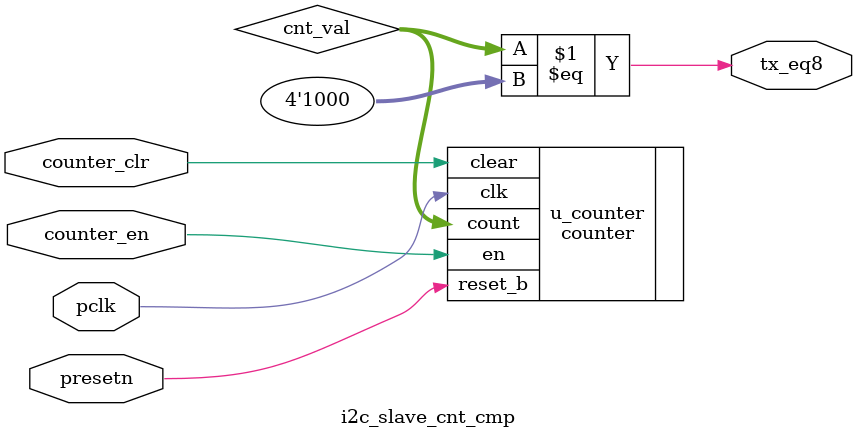
<source format=sv>
(* keep_hierarchy = "true" *)module i2c_slave_cnt_cmp(
  input logic pclk,
  input logic presetn,
  input logic counter_en,
  input logic counter_clr,

  output logic tx_eq8
);

  logic[3:0] cnt_val;
 
  counter #(
    .RESET_VALUE(4'b0),
    .COUNTER_WIDTH(4)
  )u_counter(
    .clk(pclk),
    .reset_b(presetn),
    .en(counter_en),
    .clear(counter_clr),
  
    .count(cnt_val)
  );

  assign tx_eq8 = cnt_val == 4'b1000;

endmodule
</source>
